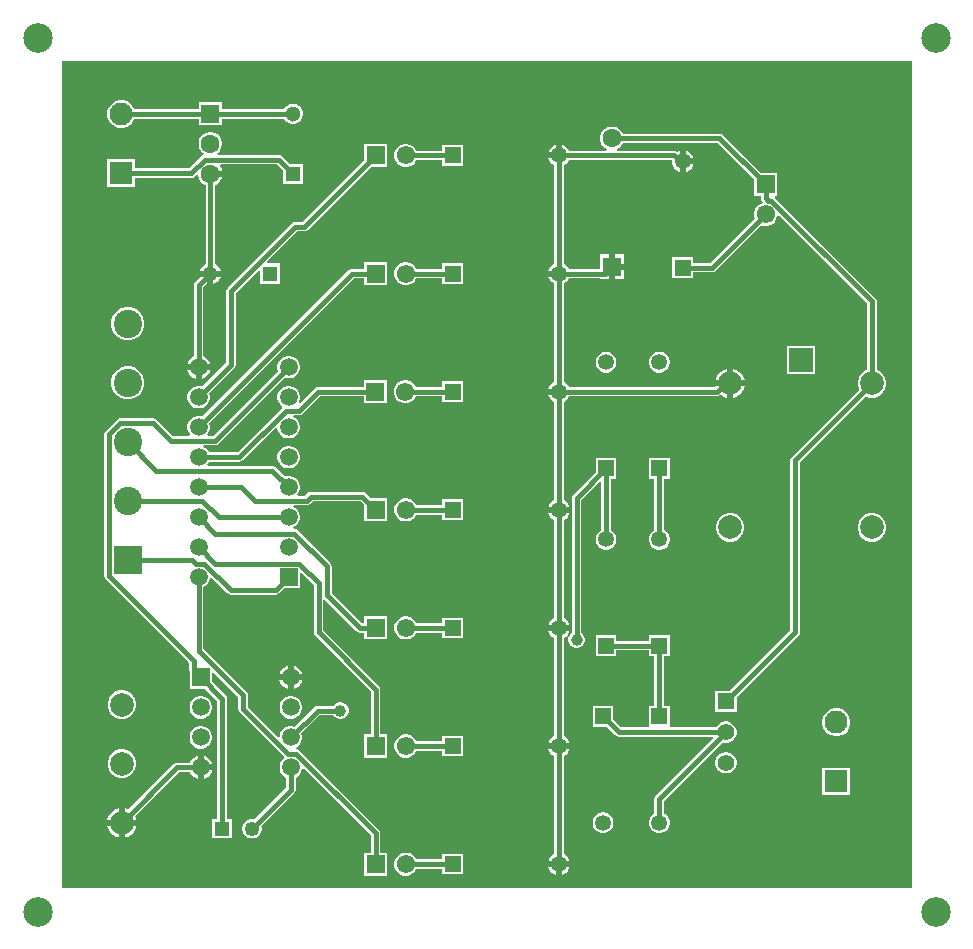
<source format=gtl>
G04*
G04 #@! TF.GenerationSoftware,Altium Limited,Altium Designer,22.9.1 (49)*
G04*
G04 Layer_Physical_Order=1*
G04 Layer_Color=255*
%FSLAX44Y44*%
%MOMM*%
G71*
G04*
G04 #@! TF.SameCoordinates,7A9AD83F-BE66-4558-94AD-99BB97DC6B92*
G04*
G04*
G04 #@! TF.FilePolarity,Positive*
G04*
G01*
G75*
%ADD31C,2.0000*%
%ADD32R,2.0000X2.0000*%
%ADD33C,1.6000*%
%ADD34R,1.6000X1.6000*%
%ADD43C,0.3810*%
%ADD44R,1.4000X1.4000*%
%ADD45C,1.4000*%
%ADD46C,1.2500*%
%ADD47R,1.2500X1.2500*%
%ADD48R,1.5000X1.5000*%
%ADD49C,1.5000*%
%ADD50R,1.3500X1.3500*%
%ADD51C,1.3500*%
%ADD52R,1.6000X1.6000*%
%ADD53R,1.3000X1.3000*%
%ADD54C,1.3000*%
%ADD55R,1.3500X1.3500*%
%ADD56R,1.3000X1.3000*%
%ADD57C,1.9500*%
%ADD58R,1.9500X1.9500*%
%ADD59C,1.5500*%
%ADD60R,1.5500X1.5500*%
%ADD61R,1.5500X1.5500*%
%ADD62R,2.4000X2.4000*%
%ADD63C,2.4000*%
%ADD64C,2.5000*%
%ADD65C,1.0000*%
G36*
X760000Y40000D02*
X40000D01*
Y740000D01*
X760000D01*
Y40000D01*
D02*
G37*
%LPC*%
G36*
X92051Y707032D02*
X88949D01*
X85953Y706229D01*
X83266Y704678D01*
X81072Y702484D01*
X79521Y699798D01*
X78718Y696801D01*
Y693699D01*
X79521Y690702D01*
X81072Y688016D01*
X83266Y685822D01*
X85953Y684271D01*
X88949Y683468D01*
X92051D01*
X95048Y684271D01*
X97735Y685822D01*
X99928Y688016D01*
X101479Y690702D01*
X101676Y691436D01*
X155968D01*
Y685618D01*
X176032D01*
Y691436D01*
X228581D01*
X229173Y690411D01*
X230761Y688823D01*
X232707Y687700D01*
X234877Y687118D01*
X237123D01*
X239293Y687700D01*
X241239Y688823D01*
X242827Y690411D01*
X243951Y692357D01*
X244532Y694527D01*
Y696773D01*
X243951Y698943D01*
X242827Y700889D01*
X241239Y702477D01*
X239293Y703601D01*
X237123Y704182D01*
X234877D01*
X232707Y703601D01*
X230761Y702477D01*
X229173Y700889D01*
X228350Y699464D01*
X176032D01*
Y705682D01*
X155968D01*
Y699464D01*
X101569D01*
X101479Y699798D01*
X99928Y702484D01*
X97735Y704678D01*
X95048Y706229D01*
X92051Y707032D01*
D02*
G37*
G36*
X458460Y669187D02*
X457414Y668907D01*
X455296Y667684D01*
X453566Y665954D01*
X452343Y663836D01*
X452063Y662790D01*
X458460D01*
Y669187D01*
D02*
G37*
G36*
X568540Y664187D02*
Y657790D01*
X574937D01*
X574657Y658836D01*
X573434Y660954D01*
X571704Y662684D01*
X569586Y663907D01*
X568540Y664187D01*
D02*
G37*
G36*
X332688Y670032D02*
X330112D01*
X327624Y669365D01*
X325394Y668078D01*
X323573Y666256D01*
X322285Y664026D01*
X321618Y661538D01*
Y658962D01*
X322285Y656474D01*
X323573Y654244D01*
X325394Y652422D01*
X327624Y651135D01*
X330112Y650468D01*
X332688D01*
X335176Y651135D01*
X337406Y652422D01*
X339227Y654244D01*
X340378Y656236D01*
X362218D01*
Y651468D01*
X379782D01*
Y669032D01*
X362218D01*
Y664264D01*
X340378D01*
X339227Y666256D01*
X337406Y668078D01*
X335176Y669365D01*
X332688Y670032D01*
D02*
G37*
G36*
X167321Y680282D02*
X164679D01*
X162128Y679598D01*
X159840Y678278D01*
X157972Y676410D01*
X156652Y674122D01*
X155968Y671571D01*
Y668929D01*
X156652Y666378D01*
X157972Y664090D01*
X159840Y662222D01*
X160314Y661949D01*
X160093Y660610D01*
X159519Y660496D01*
X158217Y659625D01*
X147856Y649264D01*
X102282D01*
Y657032D01*
X78718D01*
Y633468D01*
X102282D01*
Y641236D01*
X149519D01*
X151055Y641542D01*
X152357Y642412D01*
X154287Y644341D01*
X155460Y643855D01*
Y643462D01*
X156178Y640782D01*
X157566Y638378D01*
X159528Y636416D01*
X161932Y635028D01*
X161986Y635014D01*
Y568371D01*
X160449Y567484D01*
X158766Y565801D01*
X157576Y563739D01*
X157322Y562790D01*
X166000D01*
X174678D01*
X174424Y563739D01*
X173234Y565801D01*
X171551Y567484D01*
X170014Y568371D01*
Y635014D01*
X170068Y635028D01*
X172472Y636416D01*
X174434Y638378D01*
X175822Y640782D01*
X176231Y642310D01*
X166000D01*
Y647390D01*
X176231D01*
X175822Y648918D01*
X174434Y651322D01*
X174156Y651600D01*
X174642Y652773D01*
X222400D01*
X227468Y647705D01*
Y636318D01*
X244532D01*
Y653382D01*
X233145D01*
X226901Y659625D01*
X225599Y660496D01*
X224063Y660801D01*
X172238D01*
X171898Y662071D01*
X172160Y662222D01*
X174028Y664090D01*
X175348Y666378D01*
X176032Y668929D01*
Y671571D01*
X175348Y674122D01*
X174028Y676410D01*
X172160Y678278D01*
X169872Y679598D01*
X167321Y680282D01*
D02*
G37*
G36*
X574937Y652710D02*
X568540D01*
Y646313D01*
X569586Y646593D01*
X571704Y647816D01*
X573434Y649546D01*
X574657Y651664D01*
X574937Y652710D01*
D02*
G37*
G36*
X516540Y576410D02*
X508540D01*
Y568410D01*
X516540D01*
Y576410D01*
D02*
G37*
G36*
Y563330D02*
X508540D01*
Y555330D01*
X516540D01*
Y563330D01*
D02*
G37*
G36*
X315782Y670032D02*
X296218D01*
Y656145D01*
X244001Y603928D01*
X237896D01*
X236360Y603623D01*
X235058Y602752D01*
X180567Y548261D01*
X179697Y546959D01*
X179391Y545423D01*
Y484718D01*
X159306Y464632D01*
X157255Y465182D01*
X154745D01*
X152321Y464532D01*
X150147Y463278D01*
X148372Y461503D01*
X147118Y459329D01*
X146468Y456905D01*
Y454395D01*
X147118Y451971D01*
X148372Y449797D01*
X150147Y448022D01*
X152321Y446768D01*
X154745Y446118D01*
X157255D01*
X159679Y446768D01*
X161853Y448022D01*
X163627Y449797D01*
X164882Y451971D01*
X165532Y454395D01*
Y456905D01*
X164982Y458956D01*
X186244Y480217D01*
X187114Y481519D01*
X187419Y483055D01*
Y543760D01*
X207095Y563436D01*
X208268Y562950D01*
Y551718D01*
X225332D01*
Y568782D01*
X214100D01*
X213614Y569955D01*
X239559Y595900D01*
X245664D01*
X247200Y596205D01*
X248502Y597076D01*
X301895Y650468D01*
X315782D01*
Y670032D01*
D02*
G37*
G36*
X174678Y557710D02*
X168540D01*
Y551572D01*
X169489Y551826D01*
X171551Y553016D01*
X173234Y554699D01*
X174424Y556761D01*
X174678Y557710D01*
D02*
G37*
G36*
X163460D02*
X157322D01*
X157419Y557346D01*
X153162Y553088D01*
X152291Y551786D01*
X151986Y550250D01*
Y490326D01*
X149835Y489084D01*
X147966Y487215D01*
X146644Y484925D01*
X146286Y483590D01*
X156000D01*
X165714D01*
X165356Y484925D01*
X164034Y487215D01*
X162165Y489084D01*
X160014Y490326D01*
Y548587D01*
X163096Y551669D01*
X163460Y551572D01*
Y557710D01*
D02*
G37*
G36*
X332688Y570032D02*
X330112D01*
X327624Y569365D01*
X325394Y568078D01*
X323573Y566256D01*
X322285Y564026D01*
X321618Y561538D01*
Y558962D01*
X322285Y556474D01*
X323573Y554244D01*
X325394Y552422D01*
X327624Y551135D01*
X330112Y550468D01*
X332688D01*
X335176Y551135D01*
X337406Y552422D01*
X339227Y554244D01*
X340378Y556236D01*
X362218D01*
Y551468D01*
X379782D01*
Y569032D01*
X362218D01*
Y564264D01*
X340378D01*
X339227Y566256D01*
X337406Y568078D01*
X335176Y569365D01*
X332688Y570032D01*
D02*
G37*
G36*
X315782D02*
X296218D01*
Y564264D01*
X286000D01*
X284464Y563959D01*
X283162Y563088D01*
X159306Y439232D01*
X157255Y439782D01*
X154745D01*
X152321Y439132D01*
X150147Y437878D01*
X148372Y436103D01*
X147118Y433929D01*
X146468Y431505D01*
Y428995D01*
X147118Y426571D01*
X148372Y424397D01*
X148769Y424001D01*
X148283Y422827D01*
X134168D01*
X120470Y436525D01*
X119167Y437396D01*
X117631Y437701D01*
X89399D01*
X87863Y437396D01*
X86560Y436525D01*
X77225Y427190D01*
X76354Y425887D01*
X76049Y424351D01*
Y304119D01*
X76354Y302583D01*
X77225Y301281D01*
X148291Y230215D01*
Y223945D01*
X148368Y223557D01*
Y208818D01*
X161755D01*
X171986Y198587D01*
Y98532D01*
X167718D01*
Y81968D01*
X184282D01*
Y98532D01*
X180014D01*
Y200250D01*
X179709Y201786D01*
X178838Y203088D01*
X167432Y214495D01*
Y222050D01*
X168605Y222536D01*
X189738Y201403D01*
Y191724D01*
X190043Y190188D01*
X190914Y188885D01*
X228442Y151357D01*
X228281Y149797D01*
X228247Y149777D01*
X226472Y148003D01*
X225218Y145829D01*
X224568Y143405D01*
Y140895D01*
X225218Y138471D01*
X226472Y136297D01*
X228247Y134522D01*
X230086Y133461D01*
Y125013D01*
X203285Y98212D01*
X202090Y98532D01*
X199910D01*
X197803Y97968D01*
X195915Y96877D01*
X194373Y95335D01*
X193282Y93447D01*
X192718Y91340D01*
Y89160D01*
X193282Y87053D01*
X194373Y85165D01*
X195915Y83623D01*
X197803Y82532D01*
X199910Y81968D01*
X202090D01*
X204197Y82532D01*
X206085Y83623D01*
X207627Y85165D01*
X208718Y87053D01*
X209282Y89160D01*
Y91340D01*
X208962Y92535D01*
X236938Y120512D01*
X237809Y121814D01*
X238114Y123350D01*
Y133461D01*
X239953Y134522D01*
X241728Y136297D01*
X242982Y138471D01*
X243632Y140895D01*
Y141456D01*
X244805Y141942D01*
X301986Y84762D01*
Y70032D01*
X296218D01*
Y50468D01*
X315782D01*
Y70032D01*
X310014D01*
Y86424D01*
X309709Y87961D01*
X308838Y89263D01*
X241676Y156425D01*
X240373Y157296D01*
X238837Y157601D01*
X238472D01*
X238132Y158871D01*
X239953Y159923D01*
X241728Y161697D01*
X242982Y163871D01*
X243632Y166295D01*
Y168805D01*
X243083Y170856D01*
X258463Y186236D01*
X270198D01*
X270373Y185932D01*
X271682Y184623D01*
X273286Y183697D01*
X275074Y183218D01*
X276926D01*
X278714Y183697D01*
X280318Y184623D01*
X281627Y185932D01*
X282553Y187536D01*
X283032Y189324D01*
Y191176D01*
X282553Y192964D01*
X281627Y194568D01*
X280318Y195877D01*
X278714Y196803D01*
X276926Y197282D01*
X275074D01*
X273286Y196803D01*
X271682Y195877D01*
X270373Y194568D01*
X270198Y194264D01*
X256800D01*
X255264Y193959D01*
X253962Y193088D01*
X237406Y176532D01*
X235355Y177082D01*
X232845D01*
X230421Y176432D01*
X228247Y175177D01*
X226472Y173403D01*
X225218Y171229D01*
X224568Y168805D01*
Y168244D01*
X223395Y167758D01*
X197766Y193386D01*
Y203066D01*
X197460Y204602D01*
X196590Y205904D01*
X160014Y242481D01*
Y294561D01*
X161853Y295623D01*
X163627Y297397D01*
X164882Y299571D01*
X165532Y301995D01*
Y302556D01*
X166705Y303042D01*
X180319Y289428D01*
X181621Y288558D01*
X183158Y288253D01*
X221217D01*
X222753Y288558D01*
X224055Y289428D01*
X228345Y293718D01*
X241732D01*
Y306950D01*
X242905Y307436D01*
X253617Y296724D01*
Y256425D01*
X253923Y254889D01*
X254793Y253587D01*
X301986Y206394D01*
Y170032D01*
X296218D01*
Y150468D01*
X315782D01*
Y170032D01*
X310014D01*
Y208056D01*
X309709Y209592D01*
X308838Y210895D01*
X261645Y258088D01*
Y283667D01*
X262915Y284193D01*
X289697Y257412D01*
X290999Y256541D01*
X292535Y256236D01*
X296218D01*
Y250468D01*
X315782D01*
Y270032D01*
X296218D01*
Y264264D01*
X294198D01*
X268750Y289711D01*
Y312288D01*
X268445Y313824D01*
X267575Y315127D01*
X239776Y342925D01*
X238473Y343796D01*
X236937Y344101D01*
X236572D01*
X236232Y345371D01*
X238053Y346423D01*
X239827Y348197D01*
X241082Y350371D01*
X241732Y352795D01*
Y355305D01*
X241082Y357729D01*
X239827Y359903D01*
X238053Y361678D01*
X236232Y362729D01*
X236572Y363999D01*
X247499D01*
X249035Y364304D01*
X250337Y365175D01*
X252632Y367469D01*
X293104D01*
X296218Y364355D01*
Y350468D01*
X315782D01*
Y370032D01*
X301895D01*
X297605Y374322D01*
X296303Y375192D01*
X294767Y375497D01*
X250969D01*
X249433Y375192D01*
X248131Y374322D01*
X245836Y372027D01*
X239917D01*
X239431Y373200D01*
X239827Y373597D01*
X241082Y375771D01*
X241732Y378195D01*
Y380705D01*
X241082Y383129D01*
X239827Y385303D01*
X238053Y387077D01*
X235879Y388332D01*
X233455Y388982D01*
X230945D01*
X228894Y388433D01*
X221075Y396251D01*
X219773Y397122D01*
X218237Y397427D01*
X163717D01*
X163231Y398601D01*
X163627Y398997D01*
X164689Y400836D01*
X190626D01*
X192162Y401141D01*
X193464Y402012D01*
X221495Y430042D01*
X222668Y429556D01*
Y428995D01*
X223318Y426571D01*
X224573Y424397D01*
X226347Y422622D01*
X228521Y421368D01*
X230945Y420718D01*
X233455D01*
X235879Y421368D01*
X238053Y422622D01*
X239827Y424397D01*
X241082Y426571D01*
X241732Y428995D01*
Y431505D01*
X241082Y433929D01*
X239827Y436103D01*
X238053Y437878D01*
X236232Y438929D01*
X236572Y440199D01*
X241054D01*
X242591Y440504D01*
X243893Y441375D01*
X258754Y456236D01*
X295818D01*
Y450468D01*
X315382D01*
Y470032D01*
X295818D01*
Y464264D01*
X257092D01*
X255555Y463959D01*
X254253Y463088D01*
X241747Y450583D01*
X240731Y451363D01*
X241082Y451971D01*
X241732Y454395D01*
Y456905D01*
X241082Y459329D01*
X239827Y461503D01*
X238053Y463278D01*
X235879Y464532D01*
X233455Y465182D01*
X230945D01*
X228521Y464532D01*
X226347Y463278D01*
X224573Y461503D01*
X223318Y459329D01*
X222668Y456905D01*
Y454395D01*
X223318Y451971D01*
X224573Y449797D01*
X226347Y448022D01*
X226381Y448003D01*
X226542Y446443D01*
X188963Y408864D01*
X164689D01*
X163627Y410703D01*
X161853Y412477D01*
X160032Y413529D01*
X160372Y414799D01*
X169963D01*
X171499Y415104D01*
X172801Y415975D01*
X228894Y472067D01*
X230945Y471518D01*
X233455D01*
X235879Y472168D01*
X238053Y473423D01*
X239827Y475197D01*
X241082Y477371D01*
X241732Y479795D01*
Y482305D01*
X241082Y484729D01*
X239827Y486903D01*
X238053Y488677D01*
X235879Y489932D01*
X233455Y490582D01*
X230945D01*
X228521Y489932D01*
X226347Y488677D01*
X224573Y486903D01*
X223318Y484729D01*
X222668Y482305D01*
Y479795D01*
X223218Y477744D01*
X168300Y422827D01*
X163717D01*
X163231Y424001D01*
X163627Y424397D01*
X164882Y426571D01*
X165532Y428995D01*
Y431505D01*
X164982Y433556D01*
X287663Y556236D01*
X296218D01*
Y550468D01*
X315782D01*
Y570032D01*
D02*
G37*
G36*
X97847Y531782D02*
X94153D01*
X90584Y530826D01*
X87384Y528978D01*
X84772Y526366D01*
X82924Y523166D01*
X81968Y519597D01*
Y515903D01*
X82924Y512334D01*
X84772Y509134D01*
X87384Y506522D01*
X90584Y504674D01*
X94153Y503718D01*
X97847D01*
X101416Y504674D01*
X104616Y506522D01*
X107228Y509134D01*
X109076Y512334D01*
X110032Y515903D01*
Y519597D01*
X109076Y523166D01*
X107228Y526366D01*
X104616Y528978D01*
X101416Y530826D01*
X97847Y531782D01*
D02*
G37*
G36*
X547156Y494032D02*
X544844D01*
X542610Y493433D01*
X540608Y492277D01*
X538973Y490642D01*
X537817Y488640D01*
X537218Y486406D01*
Y484094D01*
X537817Y481860D01*
X538973Y479858D01*
X540608Y478223D01*
X542610Y477066D01*
X544844Y476468D01*
X547156D01*
X549390Y477066D01*
X551392Y478223D01*
X553027Y479858D01*
X554184Y481860D01*
X554782Y484094D01*
Y486406D01*
X554184Y488640D01*
X553027Y490642D01*
X551392Y492277D01*
X549390Y493433D01*
X547156Y494032D01*
D02*
G37*
G36*
X502156D02*
X499844D01*
X497610Y493433D01*
X495608Y492277D01*
X493973Y490642D01*
X492817Y488640D01*
X492218Y486406D01*
Y484094D01*
X492817Y481860D01*
X493973Y479858D01*
X495608Y478223D01*
X497610Y477066D01*
X499844Y476468D01*
X502156D01*
X504390Y477066D01*
X506392Y478223D01*
X508027Y479858D01*
X509184Y481860D01*
X509782Y484094D01*
Y486406D01*
X509184Y488640D01*
X508027Y490642D01*
X506392Y492277D01*
X504390Y493433D01*
X502156Y494032D01*
D02*
G37*
G36*
X678032Y499282D02*
X653968D01*
Y475218D01*
X678032D01*
Y499282D01*
D02*
G37*
G36*
X165714Y478510D02*
X158540D01*
Y471336D01*
X159875Y471694D01*
X162165Y473016D01*
X164034Y474885D01*
X165356Y477175D01*
X165714Y478510D01*
D02*
G37*
G36*
X153460D02*
X146286D01*
X146644Y477175D01*
X147966Y474885D01*
X149835Y473016D01*
X152125Y471694D01*
X153460Y471336D01*
Y478510D01*
D02*
G37*
G36*
X608540Y479552D02*
Y469790D01*
X618302D01*
X617685Y472090D01*
X616035Y474950D01*
X613700Y477285D01*
X610840Y478935D01*
X608540Y479552D01*
D02*
G37*
G36*
X603460D02*
X601160Y478935D01*
X598300Y477285D01*
X595965Y474950D01*
X594315Y472090D01*
X593698Y469790D01*
X603460D01*
Y479552D01*
D02*
G37*
G36*
X507321Y684662D02*
X504679D01*
X502128Y683978D01*
X499840Y682658D01*
X497972Y680790D01*
X496652Y678502D01*
X495968Y675951D01*
Y673309D01*
X496652Y670758D01*
X497972Y668470D01*
X499840Y666602D01*
X501690Y665534D01*
X501350Y664264D01*
X469410D01*
X468434Y665954D01*
X466704Y667684D01*
X464586Y668907D01*
X463540Y669187D01*
Y660250D01*
X461000D01*
Y657710D01*
X452063D01*
X452343Y656664D01*
X453566Y654546D01*
X455296Y652816D01*
X456986Y651840D01*
Y568660D01*
X455296Y567684D01*
X453566Y565954D01*
X452343Y563836D01*
X452063Y562790D01*
X461000D01*
Y557710D01*
X452063D01*
X452343Y556664D01*
X453566Y554546D01*
X455296Y552816D01*
X456986Y551840D01*
Y468660D01*
X455296Y467684D01*
X453566Y465954D01*
X452343Y463836D01*
X452063Y462790D01*
X461000D01*
Y457710D01*
X452063D01*
X452343Y456664D01*
X453566Y454546D01*
X455296Y452816D01*
X456986Y451840D01*
Y368660D01*
X455296Y367684D01*
X453566Y365954D01*
X452343Y363836D01*
X452063Y362790D01*
X469937D01*
X469657Y363836D01*
X468434Y365954D01*
X466704Y367684D01*
X465014Y368660D01*
Y451840D01*
X466704Y452816D01*
X468434Y454546D01*
X469410Y456236D01*
X594619D01*
X596155Y456541D01*
X597457Y457412D01*
X597781Y457735D01*
X598300Y457215D01*
X601160Y455565D01*
X603460Y454948D01*
Y464710D01*
X593053D01*
X592678Y464264D01*
X469410D01*
X468434Y465954D01*
X466704Y467684D01*
X465014Y468660D01*
Y551840D01*
X466704Y552816D01*
X468434Y554546D01*
X469410Y556236D01*
X495460D01*
Y555330D01*
X503460D01*
Y565870D01*
Y576410D01*
X495460D01*
Y564264D01*
X469410D01*
X468434Y565954D01*
X466704Y567684D01*
X465014Y568660D01*
Y651840D01*
X466704Y652816D01*
X468434Y654546D01*
X469410Y656236D01*
X556710D01*
Y654027D01*
X557343Y651664D01*
X558566Y649546D01*
X560296Y647816D01*
X562414Y646593D01*
X563460Y646313D01*
Y655250D01*
Y664187D01*
X562414Y663907D01*
X561115Y663157D01*
X559914Y663959D01*
X558378Y664264D01*
X510650D01*
X510309Y665534D01*
X512160Y666602D01*
X514028Y668470D01*
X515266Y670616D01*
X595357D01*
X626218Y639755D01*
Y625868D01*
X631986D01*
Y624169D01*
X632291Y622633D01*
X633162Y621330D01*
X633615Y620877D01*
X633287Y619650D01*
X632224Y619365D01*
X629994Y618078D01*
X628172Y616256D01*
X626885Y614026D01*
X626218Y611538D01*
Y608962D01*
X626813Y606740D01*
X589337Y569264D01*
X574782D01*
Y574032D01*
X557218D01*
Y556468D01*
X574782D01*
Y561236D01*
X591000D01*
X592536Y561541D01*
X593838Y562412D01*
X632490Y601063D01*
X634712Y600468D01*
X637288D01*
X639776Y601135D01*
X642006Y602422D01*
X643828Y604244D01*
X645115Y606474D01*
X645782Y608962D01*
Y609660D01*
X646955Y610146D01*
X721986Y535115D01*
Y478631D01*
X721356Y478462D01*
X718612Y476878D01*
X716372Y474638D01*
X714788Y471894D01*
X713968Y468834D01*
Y465666D01*
X714788Y462606D01*
X715114Y462041D01*
X658285Y405212D01*
X657415Y403910D01*
X657110Y402374D01*
Y258286D01*
X605855Y207032D01*
X593468D01*
Y188968D01*
X611532D01*
Y201355D01*
X663962Y253785D01*
X664832Y255088D01*
X665138Y256624D01*
Y400711D01*
X720791Y456364D01*
X721356Y456038D01*
X724416Y455218D01*
X727584D01*
X730644Y456038D01*
X733388Y457622D01*
X735628Y459862D01*
X737212Y462606D01*
X738032Y465666D01*
Y468834D01*
X737212Y471894D01*
X735628Y474638D01*
X733388Y476878D01*
X730644Y478462D01*
X730014Y478631D01*
Y536778D01*
X729709Y538314D01*
X728838Y539616D01*
X643857Y624598D01*
X643997Y625309D01*
X644330Y625868D01*
X645782D01*
Y645432D01*
X631895D01*
X599858Y677468D01*
X598556Y678339D01*
X597020Y678644D01*
X515266D01*
X514028Y680790D01*
X512160Y682658D01*
X509872Y683978D01*
X507321Y684662D01*
D02*
G37*
G36*
X618302Y464710D02*
X608540D01*
Y454948D01*
X610840Y455565D01*
X613700Y457215D01*
X616035Y459550D01*
X617685Y462410D01*
X618302Y464710D01*
D02*
G37*
G36*
X97847Y481782D02*
X94153D01*
X90584Y480826D01*
X87384Y478978D01*
X84772Y476366D01*
X82924Y473166D01*
X81968Y469597D01*
Y465903D01*
X82924Y462334D01*
X84772Y459134D01*
X87384Y456522D01*
X90584Y454674D01*
X94153Y453718D01*
X97847D01*
X101416Y454674D01*
X104616Y456522D01*
X107228Y459134D01*
X109076Y462334D01*
X110032Y465903D01*
Y469597D01*
X109076Y473166D01*
X107228Y476366D01*
X104616Y478978D01*
X101416Y480826D01*
X97847Y481782D01*
D02*
G37*
G36*
X332288Y470032D02*
X329712D01*
X327224Y469365D01*
X324994Y468078D01*
X323172Y466256D01*
X321885Y464026D01*
X321218Y461538D01*
Y458962D01*
X321885Y456474D01*
X323172Y454244D01*
X324994Y452422D01*
X327224Y451135D01*
X329712Y450468D01*
X332288D01*
X334776Y451135D01*
X337006Y452422D01*
X338828Y454244D01*
X339978Y456236D01*
X362218D01*
Y451468D01*
X379782D01*
Y469032D01*
X362218D01*
Y464264D01*
X339978D01*
X338828Y466256D01*
X337006Y468078D01*
X334776Y469365D01*
X332288Y470032D01*
D02*
G37*
G36*
X233455Y414382D02*
X230945D01*
X228521Y413732D01*
X226347Y412477D01*
X224573Y410703D01*
X223318Y408529D01*
X222668Y406105D01*
Y403595D01*
X223318Y401171D01*
X224573Y398997D01*
X226347Y397223D01*
X228521Y395968D01*
X230945Y395318D01*
X233455D01*
X235879Y395968D01*
X238053Y397223D01*
X239827Y398997D01*
X241082Y401171D01*
X241732Y403595D01*
Y406105D01*
X241082Y408529D01*
X239827Y410703D01*
X238053Y412477D01*
X235879Y413732D01*
X233455Y414382D01*
D02*
G37*
G36*
X332688Y370032D02*
X330112D01*
X327624Y369365D01*
X325394Y368078D01*
X323573Y366256D01*
X322285Y364026D01*
X321618Y361538D01*
Y358962D01*
X322285Y356474D01*
X323573Y354244D01*
X325394Y352422D01*
X327624Y351135D01*
X330112Y350468D01*
X332688D01*
X335176Y351135D01*
X337406Y352422D01*
X339227Y354244D01*
X340378Y356236D01*
X362218D01*
Y351468D01*
X379782D01*
Y369032D01*
X362218D01*
Y364264D01*
X340378D01*
X339227Y366256D01*
X337406Y368078D01*
X335176Y369365D01*
X332688Y370032D01*
D02*
G37*
G36*
X727584Y357282D02*
X724416D01*
X721356Y356462D01*
X718612Y354878D01*
X716372Y352638D01*
X714788Y349894D01*
X713968Y346834D01*
Y343666D01*
X714788Y340606D01*
X716372Y337862D01*
X718612Y335622D01*
X721356Y334038D01*
X724416Y333218D01*
X727584D01*
X730644Y334038D01*
X733388Y335622D01*
X735628Y337862D01*
X737212Y340606D01*
X738032Y343666D01*
Y346834D01*
X737212Y349894D01*
X735628Y352638D01*
X733388Y354878D01*
X730644Y356462D01*
X727584Y357282D01*
D02*
G37*
G36*
X607584D02*
X604416D01*
X601356Y356462D01*
X598612Y354878D01*
X596372Y352638D01*
X594788Y349894D01*
X593968Y346834D01*
Y343666D01*
X594788Y340606D01*
X596372Y337862D01*
X598612Y335622D01*
X601356Y334038D01*
X604416Y333218D01*
X607584D01*
X610644Y334038D01*
X613388Y335622D01*
X615628Y337862D01*
X617212Y340606D01*
X618032Y343666D01*
Y346834D01*
X617212Y349894D01*
X615628Y352638D01*
X613388Y354878D01*
X610644Y356462D01*
X607584Y357282D01*
D02*
G37*
G36*
X554782Y404032D02*
X537218D01*
Y386468D01*
X541986D01*
Y343073D01*
X540608Y342277D01*
X538973Y340642D01*
X537817Y338640D01*
X537218Y336406D01*
Y334094D01*
X537817Y331860D01*
X538973Y329858D01*
X540608Y328223D01*
X542610Y327066D01*
X544844Y326468D01*
X547156D01*
X549390Y327066D01*
X551392Y328223D01*
X553027Y329858D01*
X554184Y331860D01*
X554782Y334094D01*
Y336406D01*
X554184Y338640D01*
X553027Y340642D01*
X551392Y342277D01*
X550014Y343073D01*
Y386468D01*
X554782D01*
Y404032D01*
D02*
G37*
G36*
X509782D02*
X492218D01*
Y392145D01*
X473162Y373088D01*
X472291Y371786D01*
X471986Y370250D01*
Y256052D01*
X471682Y255877D01*
X470373Y254568D01*
X469447Y252964D01*
X468968Y251176D01*
Y249324D01*
X469447Y247536D01*
X470373Y245932D01*
X471682Y244623D01*
X473286Y243697D01*
X475074Y243218D01*
X476926D01*
X478714Y243697D01*
X480318Y244623D01*
X481627Y245932D01*
X482553Y247536D01*
X483032Y249324D01*
Y251176D01*
X482553Y252964D01*
X481627Y254568D01*
X480318Y255877D01*
X480014Y256052D01*
Y368587D01*
X495812Y384386D01*
X496986Y383900D01*
Y343073D01*
X495608Y342277D01*
X493973Y340642D01*
X492817Y338640D01*
X492218Y336406D01*
Y334094D01*
X492817Y331860D01*
X493973Y329858D01*
X495608Y328223D01*
X497610Y327066D01*
X499844Y326468D01*
X502156D01*
X504390Y327066D01*
X506392Y328223D01*
X508027Y329858D01*
X509184Y331860D01*
X509782Y334094D01*
Y336406D01*
X509184Y338640D01*
X508027Y340642D01*
X506392Y342277D01*
X505014Y343073D01*
Y386468D01*
X509782D01*
Y404032D01*
D02*
G37*
G36*
X469937Y357710D02*
X452063D01*
X452343Y356664D01*
X453566Y354546D01*
X455296Y352816D01*
X456986Y351840D01*
Y268660D01*
X455296Y267684D01*
X453566Y265954D01*
X452343Y263836D01*
X452063Y262790D01*
X469937D01*
X469657Y263836D01*
X468434Y265954D01*
X466704Y267684D01*
X465014Y268660D01*
Y351840D01*
X466704Y352816D01*
X468434Y354546D01*
X469657Y356664D01*
X469937Y357710D01*
D02*
G37*
G36*
X332688Y270032D02*
X330112D01*
X327624Y269365D01*
X325394Y268078D01*
X323573Y266256D01*
X322285Y264026D01*
X321618Y261538D01*
Y258962D01*
X322285Y256474D01*
X323573Y254244D01*
X325394Y252423D01*
X327624Y251135D01*
X330112Y250468D01*
X332688D01*
X335176Y251135D01*
X337406Y252423D01*
X339227Y254244D01*
X340378Y256236D01*
X362218D01*
Y251468D01*
X379782D01*
Y269032D01*
X362218D01*
Y264264D01*
X340378D01*
X339227Y266256D01*
X337406Y268078D01*
X335176Y269365D01*
X332688Y270032D01*
D02*
G37*
G36*
X554782Y254032D02*
X537218D01*
Y249264D01*
X509782D01*
Y254032D01*
X492218D01*
Y236468D01*
X509782D01*
Y241236D01*
X537218D01*
Y236468D01*
X541986D01*
Y194032D01*
X537218D01*
Y177284D01*
X537218Y176468D01*
X536136Y176014D01*
X513413D01*
X507282Y182145D01*
Y194032D01*
X489718D01*
Y176468D01*
X501605D01*
X508912Y169162D01*
X510214Y168291D01*
X511750Y167986D01*
X591150D01*
X591636Y166812D01*
X543162Y118338D01*
X542291Y117036D01*
X541986Y115500D01*
Y103073D01*
X540608Y102277D01*
X538973Y100642D01*
X537817Y98640D01*
X537218Y96406D01*
Y94094D01*
X537817Y91860D01*
X538973Y89858D01*
X540608Y88223D01*
X542610Y87066D01*
X544844Y86468D01*
X547156D01*
X549390Y87066D01*
X551392Y88223D01*
X553027Y89858D01*
X554184Y91860D01*
X554782Y94094D01*
Y96406D01*
X554184Y98640D01*
X553027Y100642D01*
X551392Y102277D01*
X550014Y103073D01*
Y113837D01*
X599603Y163426D01*
X601311Y162968D01*
X603689D01*
X605986Y163584D01*
X608046Y164773D01*
X609727Y166454D01*
X610916Y168514D01*
X611532Y170811D01*
Y173189D01*
X610916Y175486D01*
X609727Y177546D01*
X608046Y179227D01*
X605986Y180417D01*
X603689Y181032D01*
X601311D01*
X599014Y180417D01*
X596954Y179227D01*
X595273Y177546D01*
X594388Y176014D01*
X555864D01*
X554782Y176468D01*
X554782Y177284D01*
Y194032D01*
X550014D01*
Y236468D01*
X554782D01*
Y254032D01*
D02*
G37*
G36*
X236640Y228064D02*
Y220890D01*
X243814D01*
X243456Y222225D01*
X242134Y224515D01*
X240265Y226384D01*
X237975Y227706D01*
X236640Y228064D01*
D02*
G37*
G36*
X231560D02*
X230225Y227706D01*
X227935Y226384D01*
X226066Y224515D01*
X224744Y222225D01*
X224386Y220890D01*
X231560D01*
Y228064D01*
D02*
G37*
G36*
X243814Y215810D02*
X236640D01*
Y208636D01*
X237975Y208994D01*
X240265Y210316D01*
X242134Y212185D01*
X243456Y214475D01*
X243814Y215810D01*
D02*
G37*
G36*
X231560D02*
X224386D01*
X224744Y214475D01*
X226066Y212185D01*
X227935Y210316D01*
X230225Y208994D01*
X231560Y208636D01*
Y215810D01*
D02*
G37*
G36*
X235355Y202482D02*
X232845D01*
X230421Y201832D01*
X228247Y200578D01*
X226472Y198803D01*
X225218Y196629D01*
X224568Y194205D01*
Y191695D01*
X225218Y189271D01*
X226472Y187097D01*
X228247Y185322D01*
X230421Y184068D01*
X232845Y183418D01*
X235355D01*
X237779Y184068D01*
X239953Y185322D01*
X241728Y187097D01*
X242982Y189271D01*
X243632Y191695D01*
Y194205D01*
X242982Y196629D01*
X241728Y198803D01*
X239953Y200578D01*
X237779Y201832D01*
X235355Y202482D01*
D02*
G37*
G36*
X159155D02*
X156645D01*
X154221Y201832D01*
X152047Y200578D01*
X150273Y198803D01*
X149018Y196629D01*
X148368Y194205D01*
Y191695D01*
X149018Y189271D01*
X150273Y187097D01*
X152047Y185322D01*
X154221Y184068D01*
X156645Y183418D01*
X159155D01*
X161579Y184068D01*
X163753Y185322D01*
X165527Y187097D01*
X166782Y189271D01*
X167432Y191695D01*
Y194205D01*
X166782Y196629D01*
X165527Y198803D01*
X163753Y200578D01*
X161579Y201832D01*
X159155Y202482D01*
D02*
G37*
G36*
X92584Y207282D02*
X89416D01*
X86356Y206462D01*
X83612Y204878D01*
X81372Y202638D01*
X79788Y199894D01*
X78968Y196834D01*
Y193666D01*
X79788Y190606D01*
X81372Y187862D01*
X83612Y185622D01*
X86356Y184038D01*
X89416Y183218D01*
X92584D01*
X95644Y184038D01*
X98388Y185622D01*
X100628Y187862D01*
X102212Y190606D01*
X103032Y193666D01*
Y196834D01*
X102212Y199894D01*
X100628Y202638D01*
X98388Y204878D01*
X95644Y206462D01*
X92584Y207282D01*
D02*
G37*
G36*
X697551Y192032D02*
X694449D01*
X691452Y191229D01*
X688766Y189678D01*
X686572Y187484D01*
X685021Y184798D01*
X684218Y181801D01*
Y178699D01*
X685021Y175702D01*
X686572Y173016D01*
X688766Y170822D01*
X691452Y169271D01*
X694449Y168468D01*
X697551D01*
X700548Y169271D01*
X703234Y170822D01*
X705428Y173016D01*
X706979Y175702D01*
X707782Y178699D01*
Y181801D01*
X706979Y184798D01*
X705428Y187484D01*
X703234Y189678D01*
X700548Y191229D01*
X697551Y192032D01*
D02*
G37*
G36*
X469937Y257710D02*
X452063D01*
X452343Y256664D01*
X453566Y254546D01*
X455296Y252816D01*
X456986Y251840D01*
Y168660D01*
X455296Y167684D01*
X453566Y165954D01*
X452343Y163836D01*
X452063Y162790D01*
X469937D01*
X469657Y163836D01*
X468434Y165954D01*
X466704Y167684D01*
X465014Y168660D01*
Y251840D01*
X466704Y252816D01*
X468434Y254546D01*
X469657Y256664D01*
X469937Y257710D01*
D02*
G37*
G36*
X159155Y177082D02*
X156645D01*
X154221Y176432D01*
X152047Y175177D01*
X150273Y173403D01*
X149018Y171229D01*
X148368Y168805D01*
Y166295D01*
X149018Y163871D01*
X150273Y161697D01*
X152047Y159923D01*
X154221Y158668D01*
X156645Y158018D01*
X159155D01*
X161579Y158668D01*
X163753Y159923D01*
X165527Y161697D01*
X166782Y163871D01*
X167432Y166295D01*
Y168805D01*
X166782Y171229D01*
X165527Y173403D01*
X163753Y175177D01*
X161579Y176432D01*
X159155Y177082D01*
D02*
G37*
G36*
X332688Y170032D02*
X330112D01*
X327624Y169365D01*
X325394Y168078D01*
X323573Y166256D01*
X322285Y164026D01*
X321618Y161538D01*
Y158962D01*
X322285Y156474D01*
X323573Y154244D01*
X325394Y152423D01*
X327624Y151135D01*
X330112Y150468D01*
X332688D01*
X335176Y151135D01*
X337406Y152423D01*
X339227Y154244D01*
X340378Y156236D01*
X362218D01*
Y151468D01*
X379782D01*
Y169032D01*
X362218D01*
Y164264D01*
X340378D01*
X339227Y166256D01*
X337406Y168078D01*
X335176Y169365D01*
X332688Y170032D01*
D02*
G37*
G36*
X160440Y151864D02*
Y144690D01*
X167614D01*
X167256Y146025D01*
X165934Y148315D01*
X164065Y150184D01*
X161775Y151506D01*
X160440Y151864D01*
D02*
G37*
G36*
X603689Y155032D02*
X601311D01*
X599014Y154417D01*
X596954Y153227D01*
X595273Y151546D01*
X594084Y149486D01*
X593468Y147189D01*
Y144811D01*
X594084Y142514D01*
X595273Y140454D01*
X596954Y138773D01*
X599014Y137584D01*
X601311Y136968D01*
X603689D01*
X605986Y137584D01*
X608046Y138773D01*
X609727Y140454D01*
X610916Y142514D01*
X611532Y144811D01*
Y147189D01*
X610916Y149486D01*
X609727Y151546D01*
X608046Y153227D01*
X605986Y154417D01*
X603689Y155032D01*
D02*
G37*
G36*
X92584Y157282D02*
X89416D01*
X86356Y156462D01*
X83612Y154878D01*
X81372Y152638D01*
X79788Y149894D01*
X78968Y146834D01*
Y143666D01*
X79788Y140606D01*
X81372Y137862D01*
X83612Y135622D01*
X86356Y134038D01*
X89416Y133218D01*
X92584D01*
X95644Y134038D01*
X98388Y135622D01*
X100628Y137862D01*
X102212Y140606D01*
X103032Y143666D01*
Y146834D01*
X102212Y149894D01*
X100628Y152638D01*
X98388Y154878D01*
X95644Y156462D01*
X92584Y157282D01*
D02*
G37*
G36*
X167614Y139610D02*
X160440D01*
Y132436D01*
X161775Y132794D01*
X164065Y134116D01*
X165934Y135985D01*
X167256Y138275D01*
X167614Y139610D01*
D02*
G37*
G36*
X155360Y151864D02*
X154025Y151506D01*
X151735Y150184D01*
X149866Y148315D01*
X148624Y146164D01*
X137900D01*
X136364Y145859D01*
X135062Y144988D01*
X96581Y106508D01*
X95840Y106935D01*
X93540Y107552D01*
Y97790D01*
X103302D01*
X102685Y100090D01*
X102258Y100831D01*
X139563Y138136D01*
X148624D01*
X149866Y135985D01*
X151735Y134116D01*
X154025Y132794D01*
X155360Y132436D01*
Y142150D01*
Y151864D01*
D02*
G37*
G36*
X707782Y142032D02*
X684218D01*
Y118468D01*
X707782D01*
Y142032D01*
D02*
G37*
G36*
X88460Y107552D02*
X86160Y106935D01*
X83300Y105285D01*
X80965Y102950D01*
X79315Y100090D01*
X78698Y97790D01*
X88460D01*
Y107552D01*
D02*
G37*
G36*
X499656Y104032D02*
X497344D01*
X495110Y103434D01*
X493108Y102277D01*
X491473Y100642D01*
X490317Y98640D01*
X489718Y96406D01*
Y94094D01*
X490317Y91860D01*
X491473Y89858D01*
X493108Y88223D01*
X495110Y87066D01*
X497344Y86468D01*
X499656D01*
X501890Y87066D01*
X503892Y88223D01*
X505527Y89858D01*
X506684Y91860D01*
X507282Y94094D01*
Y96406D01*
X506684Y98640D01*
X505527Y100642D01*
X503892Y102277D01*
X501890Y103434D01*
X499656Y104032D01*
D02*
G37*
G36*
X103302Y92710D02*
X93540D01*
Y82948D01*
X95840Y83565D01*
X98700Y85216D01*
X101034Y87550D01*
X102685Y90410D01*
X103302Y92710D01*
D02*
G37*
G36*
X88460D02*
X78698D01*
X79315Y90410D01*
X80965Y87550D01*
X83300Y85216D01*
X86160Y83565D01*
X88460Y82948D01*
Y92710D01*
D02*
G37*
G36*
X469937Y157710D02*
X452063D01*
X452343Y156664D01*
X453566Y154546D01*
X455296Y152816D01*
X456986Y151840D01*
Y68660D01*
X455296Y67684D01*
X453566Y65954D01*
X452343Y63836D01*
X452063Y62790D01*
X469937D01*
X469657Y63836D01*
X468434Y65954D01*
X466704Y67684D01*
X465014Y68660D01*
Y151840D01*
X466704Y152816D01*
X468434Y154546D01*
X469657Y156664D01*
X469937Y157710D01*
D02*
G37*
G36*
X332688Y70032D02*
X330112D01*
X327624Y69365D01*
X325394Y68078D01*
X323573Y66256D01*
X322285Y64026D01*
X321618Y61538D01*
Y58962D01*
X322285Y56474D01*
X323573Y54244D01*
X325394Y52422D01*
X327624Y51135D01*
X330112Y50468D01*
X332688D01*
X335176Y51135D01*
X337406Y52422D01*
X339227Y54244D01*
X340378Y56236D01*
X362218D01*
Y51468D01*
X379782D01*
Y69032D01*
X362218D01*
Y64264D01*
X340378D01*
X339227Y66256D01*
X337406Y68078D01*
X335176Y69365D01*
X332688Y70032D01*
D02*
G37*
G36*
X469937Y57710D02*
X463540D01*
Y51313D01*
X464586Y51593D01*
X466704Y52816D01*
X468434Y54546D01*
X469657Y56664D01*
X469937Y57710D01*
D02*
G37*
G36*
X458460D02*
X452063D01*
X452343Y56664D01*
X453566Y54546D01*
X455296Y52816D01*
X457414Y51593D01*
X458460Y51313D01*
Y57710D01*
D02*
G37*
%LPD*%
D31*
X606000Y345250D02*
D03*
X726000D02*
D03*
Y467250D02*
D03*
X606000D02*
D03*
X91000Y95250D02*
D03*
Y145250D02*
D03*
Y195250D02*
D03*
D32*
X666000Y487250D02*
D03*
D33*
X166000Y644850D02*
D03*
Y670250D02*
D03*
X506000Y674630D02*
D03*
D34*
Y565870D02*
D03*
D43*
X498500Y185250D02*
X511750Y172000D01*
X602500D01*
Y198000D02*
X661124Y256624D01*
X546000Y95250D02*
Y115500D01*
X602500Y172000D01*
X264736Y288049D02*
X292535Y260250D01*
X264736Y288049D02*
Y312288D01*
X221217Y292267D02*
X232200Y303250D01*
X153789Y314687D02*
X160737D01*
X183158Y292267D02*
X221217D01*
X150726Y317750D02*
X153789Y314687D01*
X160737D02*
X183158Y292267D01*
X96000Y317750D02*
X150726D01*
X257631Y256425D02*
X306000Y208056D01*
Y160250D02*
Y208056D01*
X257631Y256425D02*
Y298387D01*
X169963Y314687D02*
X241331D01*
X156000Y354050D02*
X169963Y340087D01*
X292535Y260250D02*
X306000D01*
X236937Y340087D02*
X264736Y312288D01*
X156000Y328650D02*
X169963Y314687D01*
X241331D02*
X257631Y298387D01*
X169963Y340087D02*
X236937D01*
X476000Y370250D02*
X501000Y395250D01*
X476000Y250250D02*
Y370250D01*
X461000Y160250D02*
Y260250D01*
X234100Y167550D02*
X256800Y190250D01*
X276000D01*
X461000Y360250D02*
Y460250D01*
Y260250D02*
Y360250D01*
X117631Y433687D02*
X132505Y418813D01*
X89399Y433687D02*
X117631D01*
X169963Y418813D02*
X232200Y481050D01*
X80063Y424351D02*
X89399Y433687D01*
X80063Y304119D02*
Y424351D01*
Y304119D02*
X152305Y231877D01*
X132505Y418813D02*
X169963D01*
X152305Y223945D02*
Y231877D01*
Y223945D02*
X157900Y218350D01*
X156000Y240818D02*
Y303250D01*
Y240818D02*
X193752Y203066D01*
Y191724D02*
Y203066D01*
X96000Y417750D02*
X120337Y393413D01*
X218237D01*
X137900Y142150D02*
X157900D01*
X91000Y95250D02*
X137900Y142150D01*
X96000Y367750D02*
X159268D01*
X172968Y354050D01*
X232200D01*
X461000Y460250D02*
Y560250D01*
X331400Y660250D02*
X371000D01*
X192264Y379450D02*
X203701Y368013D01*
X156000Y379450D02*
X192264D01*
X203701Y368013D02*
X247499D01*
X331400Y60250D02*
X371000D01*
X331400Y160250D02*
X371000D01*
X331400Y260250D02*
X371000D01*
X331400Y360250D02*
X371000D01*
X331000Y460250D02*
X371000D01*
X331400Y560250D02*
X371000D01*
X156000Y550250D02*
X166000Y560250D01*
X156000Y481050D02*
Y550250D01*
X218237Y393413D02*
X232200Y379450D01*
X156000Y404850D02*
X190626D01*
X229989Y444213D01*
X176000Y90250D02*
Y200250D01*
X157900Y218350D02*
X176000Y200250D01*
X234100Y123350D02*
Y142150D01*
X201000Y90250D02*
X234100Y123350D01*
X238837Y153587D02*
X306000Y86424D01*
X231889Y153587D02*
X238837D01*
X193752Y191724D02*
X231889Y153587D01*
X306000Y60250D02*
Y86424D01*
X166000Y560250D02*
Y644850D01*
X224063Y656787D02*
X236000Y644850D01*
X161056Y656787D02*
X224063D01*
X149519Y645250D02*
X161056Y656787D01*
X90500Y645250D02*
X149519D01*
X90700Y695450D02*
X235800D01*
X90500Y695250D02*
X90700Y695450D01*
X235800D02*
X236000Y695650D01*
X546000Y185250D02*
Y245250D01*
X594619Y460250D02*
X601619Y467250D01*
X606000D01*
X461000Y460250D02*
X594619D01*
X501000Y335250D02*
Y395250D01*
X546000Y335250D02*
Y395250D01*
X501000Y245250D02*
X546000D01*
X661124Y256624D02*
Y402374D01*
X726000Y467250D01*
X636000Y624169D02*
X638232Y621937D01*
X640841D01*
X726000Y536778D01*
Y467250D02*
Y536778D01*
X636000Y624169D02*
Y635650D01*
X597020Y674630D02*
X636000Y635650D01*
X506000Y674630D02*
X597020D01*
X566000Y565250D02*
X591000D01*
X636000Y610250D01*
X461000Y560250D02*
X500380D01*
X506000Y565870D01*
X461000Y660250D02*
X558378D01*
X563378Y655250D01*
X566000D01*
X461000Y560250D02*
Y660250D01*
Y60250D02*
Y160250D01*
X247499Y368013D02*
X250969Y371483D01*
X294767D01*
X306000Y360250D01*
X229989Y444213D02*
X241054D01*
X257092Y460250D01*
X305600D01*
X286000Y560250D02*
X306000D01*
X156000Y430250D02*
X286000Y560250D01*
X237896Y599914D02*
X245664D01*
X183405Y545423D02*
X237896Y599914D01*
X245664D02*
X306000Y660250D01*
X183405Y483055D02*
Y545423D01*
X156000Y455650D02*
X183405Y483055D01*
D44*
X602500Y198000D02*
D03*
D45*
Y146000D02*
D03*
Y172000D02*
D03*
D46*
X201000Y90250D02*
D03*
D47*
X176000D02*
D03*
D48*
X232200Y303250D02*
D03*
X157900Y218350D02*
D03*
D49*
X232200Y328650D02*
D03*
Y354050D02*
D03*
Y379450D02*
D03*
Y404850D02*
D03*
Y430250D02*
D03*
Y455650D02*
D03*
Y481050D02*
D03*
X156000Y303250D02*
D03*
Y328650D02*
D03*
Y354050D02*
D03*
Y379450D02*
D03*
Y404850D02*
D03*
Y430250D02*
D03*
Y455650D02*
D03*
Y481050D02*
D03*
X157900Y192950D02*
D03*
Y167550D02*
D03*
Y142150D02*
D03*
X234100Y218350D02*
D03*
Y192950D02*
D03*
Y167550D02*
D03*
Y142150D02*
D03*
D50*
X371000Y360250D02*
D03*
Y660250D02*
D03*
Y560250D02*
D03*
Y460250D02*
D03*
Y260250D02*
D03*
Y160250D02*
D03*
Y60250D02*
D03*
D51*
X461000Y360250D02*
D03*
X566000Y655250D02*
D03*
X546000Y485250D02*
D03*
X501000D02*
D03*
X498500Y95250D02*
D03*
X546000D02*
D03*
Y335250D02*
D03*
X501000D02*
D03*
X461000Y660250D02*
D03*
Y560250D02*
D03*
Y460250D02*
D03*
Y260250D02*
D03*
Y160250D02*
D03*
Y60250D02*
D03*
D52*
X166000Y695650D02*
D03*
D53*
X236000Y644850D02*
D03*
D54*
Y695650D02*
D03*
X166000Y560250D02*
D03*
D55*
X566000Y565250D02*
D03*
X546000Y395250D02*
D03*
X501000D02*
D03*
X498500Y185250D02*
D03*
X546000D02*
D03*
Y245250D02*
D03*
X501000D02*
D03*
D56*
X216800Y560250D02*
D03*
D57*
X90500Y695250D02*
D03*
X696000Y180250D02*
D03*
D58*
X90500Y645250D02*
D03*
X696000Y130250D02*
D03*
D59*
X636000Y610250D02*
D03*
X331400Y660250D02*
D03*
Y560250D02*
D03*
X331000Y460250D02*
D03*
X331400Y360250D02*
D03*
Y260250D02*
D03*
Y160250D02*
D03*
Y60250D02*
D03*
D60*
X636000Y635650D02*
D03*
D61*
X306000Y660250D02*
D03*
Y560250D02*
D03*
X305600Y460250D02*
D03*
X306000Y360250D02*
D03*
Y260250D02*
D03*
Y160250D02*
D03*
Y60250D02*
D03*
D62*
X96000Y317750D02*
D03*
D63*
Y367750D02*
D03*
Y417750D02*
D03*
Y467750D02*
D03*
Y517750D02*
D03*
D64*
X780000Y20000D02*
D03*
X780000Y760000D02*
D03*
X20000Y20000D02*
D03*
Y760000D02*
D03*
D65*
X476000Y250250D02*
D03*
X276000Y190250D02*
D03*
M02*

</source>
